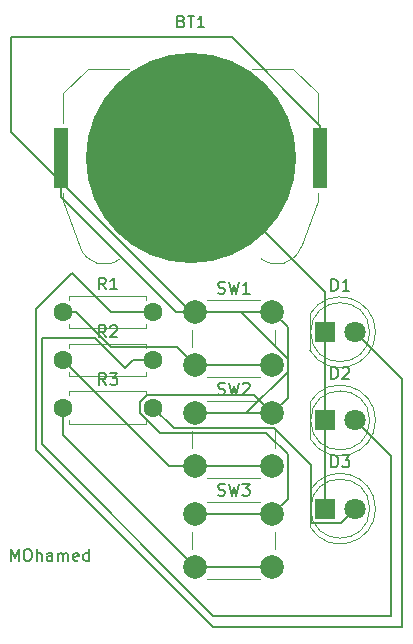
<source format=gbr>
%TF.GenerationSoftware,KiCad,Pcbnew,9.0.2*%
%TF.CreationDate,2025-06-03T22:34:10+03:00*%
%TF.ProjectId,first_PcB,66697273-745f-4506-9342-2e6b69636164,rev?*%
%TF.SameCoordinates,Original*%
%TF.FileFunction,Copper,L1,Top*%
%TF.FilePolarity,Positive*%
%FSLAX46Y46*%
G04 Gerber Fmt 4.6, Leading zero omitted, Abs format (unit mm)*
G04 Created by KiCad (PCBNEW 9.0.2) date 2025-06-03 22:34:10*
%MOMM*%
%LPD*%
G01*
G04 APERTURE LIST*
%TA.AperFunction,ComponentPad*%
%ADD10C,2.000000*%
%TD*%
%TA.AperFunction,ComponentPad*%
%ADD11C,1.600000*%
%TD*%
%TA.AperFunction,ComponentPad*%
%ADD12R,1.800000X1.800000*%
%TD*%
%TA.AperFunction,ComponentPad*%
%ADD13C,1.800000*%
%TD*%
%TA.AperFunction,SMDPad,CuDef*%
%ADD14R,1.270000X5.080000*%
%TD*%
%TA.AperFunction,SMDPad,CuDef*%
%ADD15C,17.800000*%
%TD*%
%TA.AperFunction,ViaPad*%
%ADD16C,0.600000*%
%TD*%
%TA.AperFunction,Conductor*%
%ADD17C,0.200000*%
%TD*%
%ADD18C,0.150000*%
%ADD19C,0.120000*%
G04 APERTURE END LIST*
D10*
%TO.P,SW3,1,1*%
%TO.N,Net-(BT1-+)*%
X149970000Y-112890000D03*
X156470000Y-112890000D03*
%TO.P,SW3,2,2*%
%TO.N,Net-(R3-Pad1)*%
X149970000Y-117390000D03*
X156470000Y-117390000D03*
%TD*%
%TO.P,SW1,1,1*%
%TO.N,Net-(BT1-+)*%
X149970000Y-95790000D03*
X156470000Y-95790000D03*
%TO.P,SW1,2,2*%
%TO.N,Net-(R1-Pad1)*%
X149970000Y-100290000D03*
X156470000Y-100290000D03*
%TD*%
D11*
%TO.P,R3,1*%
%TO.N,Net-(R3-Pad1)*%
X138750000Y-103890000D03*
%TO.P,R3,2*%
%TO.N,Net-(D3-A)*%
X146370000Y-103890000D03*
%TD*%
%TO.P,R2,1*%
%TO.N,Net-(R2-Pad1)*%
X138750000Y-99840000D03*
%TO.P,R2,2*%
%TO.N,Net-(D2-A)*%
X146370000Y-99840000D03*
%TD*%
D12*
%TO.P,D1,1,K*%
%TO.N,Net-(BT1--)*%
X160960000Y-97500000D03*
D13*
%TO.P,D1,2,A*%
%TO.N,Net-(D1-A)*%
X163500000Y-97500000D03*
%TD*%
D12*
%TO.P,D3,1,K*%
%TO.N,Net-(BT1--)*%
X160960000Y-112440000D03*
D13*
%TO.P,D3,2,A*%
%TO.N,Net-(D3-A)*%
X163500000Y-112440000D03*
%TD*%
D10*
%TO.P,SW2,1,1*%
%TO.N,Net-(BT1-+)*%
X149970000Y-104340000D03*
X156470000Y-104340000D03*
%TO.P,SW2,2,2*%
%TO.N,Net-(R2-Pad1)*%
X149970000Y-108840000D03*
X156470000Y-108840000D03*
%TD*%
D11*
%TO.P,R1,1*%
%TO.N,Net-(R1-Pad1)*%
X138750000Y-95790000D03*
%TO.P,R1,2*%
%TO.N,Net-(D1-A)*%
X146370000Y-95790000D03*
%TD*%
D12*
%TO.P,D2,1,K*%
%TO.N,Net-(BT1--)*%
X160960000Y-104970000D03*
D13*
%TO.P,D2,2,A*%
%TO.N,Net-(D2-A)*%
X163500000Y-104970000D03*
%TD*%
D14*
%TO.P,BT1,1,+*%
%TO.N,Net-(BT1-+)*%
X138585000Y-82748075D03*
X160555000Y-82748075D03*
D15*
%TO.P,BT1,2,-*%
%TO.N,Net-(BT1--)*%
X149570000Y-82748075D03*
%TD*%
D16*
%TO.N,Net-(BT1-+)*%
X156470000Y-104340000D03*
%TD*%
D17*
%TO.N,Net-(BT1-+)*%
X145913950Y-102789000D02*
X154919000Y-102789000D01*
X145269000Y-103433950D02*
X145913950Y-102789000D01*
X145269000Y-104346050D02*
X145269000Y-103433950D01*
X146964950Y-106042000D02*
X145269000Y-104346050D01*
X155961892Y-106042000D02*
X146964950Y-106042000D01*
X157771000Y-107851108D02*
X155961892Y-106042000D01*
X157771000Y-111589000D02*
X157771000Y-107851108D01*
X154919000Y-102789000D02*
X156470000Y-104340000D01*
X156470000Y-112890000D02*
X157771000Y-111589000D01*
X149970000Y-112890000D02*
X156470000Y-112890000D01*
X156500000Y-95820000D02*
X156500000Y-96000000D01*
X156470000Y-95790000D02*
X156500000Y-95820000D01*
X138585000Y-86085000D02*
X138585000Y-82748075D01*
X148290000Y-95790000D02*
X138585000Y-86085000D01*
X149970000Y-95790000D02*
X148290000Y-95790000D01*
X153046925Y-72500000D02*
X160555000Y-80008075D01*
X134401000Y-72500000D02*
X153046925Y-72500000D01*
X149599746Y-95790000D02*
X134401000Y-80591254D01*
X160555000Y-80008075D02*
X160555000Y-82748075D01*
X134401000Y-80591254D02*
X134401000Y-72500000D01*
X156470000Y-95790000D02*
X149599746Y-95790000D01*
X157771000Y-97091000D02*
X156470000Y-95790000D01*
X157771000Y-103039000D02*
X157771000Y-97091000D01*
X156470000Y-104340000D02*
X157771000Y-103039000D01*
X149970000Y-104340000D02*
X156470000Y-104340000D01*
X157771000Y-100828892D02*
X154259892Y-104340000D01*
X157771000Y-99751108D02*
X157771000Y-100828892D01*
X154259892Y-104340000D02*
X149970000Y-104340000D01*
X153809892Y-95790000D02*
X157771000Y-99751108D01*
X149970000Y-95790000D02*
X153809892Y-95790000D01*
X156760000Y-95500000D02*
X156470000Y-95790000D01*
X156760000Y-95500000D02*
X157000000Y-95500000D01*
%TO.N,Net-(R1-Pad1)*%
X139881370Y-95790000D02*
X138750000Y-95790000D01*
X148419000Y-98739000D02*
X142830370Y-98739000D01*
X149970000Y-100290000D02*
X148419000Y-98739000D01*
X142830370Y-98739000D02*
X139881370Y-95790000D01*
X149970000Y-100290000D02*
X156470000Y-100290000D01*
%TO.N,Net-(R3-Pad1)*%
X149970000Y-117390000D02*
X138750000Y-106170000D01*
X138750000Y-106170000D02*
X138750000Y-103890000D01*
X156470000Y-117390000D02*
X149970000Y-117390000D01*
%TO.N,Net-(D3-A)*%
X159759000Y-108759000D02*
X159759000Y-113641000D01*
X156641000Y-105641000D02*
X159759000Y-108759000D01*
X159759000Y-113641000D02*
X162299000Y-113641000D01*
X148121000Y-105641000D02*
X156641000Y-105641000D01*
X162299000Y-113641000D02*
X163500000Y-112440000D01*
X146370000Y-103890000D02*
X148121000Y-105641000D01*
%TO.N,Net-(R2-Pad1)*%
X149970000Y-108840000D02*
X156470000Y-108840000D01*
X147750000Y-108840000D02*
X149970000Y-108840000D01*
X138750000Y-99840000D02*
X147750000Y-108840000D01*
%TO.N,Net-(D2-A)*%
X144660000Y-99840000D02*
X146370000Y-99840000D01*
X144000000Y-100500000D02*
X144660000Y-99840000D01*
X141500000Y-98000000D02*
X144000000Y-100500000D01*
X137000000Y-98000000D02*
X141500000Y-98000000D01*
X137000000Y-107000000D02*
X137000000Y-98000000D01*
X151500000Y-121500000D02*
X137000000Y-107000000D01*
X166500000Y-121500000D02*
X151500000Y-121500000D01*
X166500000Y-107970000D02*
X166500000Y-121500000D01*
X163500000Y-104970000D02*
X166500000Y-107970000D01*
%TO.N,Net-(D1-A)*%
X136500000Y-95500000D02*
X139500000Y-92500000D01*
X136500000Y-107500000D02*
X136500000Y-95500000D01*
X151500000Y-122500000D02*
X136500000Y-107500000D01*
X167500000Y-101500000D02*
X167500000Y-122500000D01*
X142790000Y-95790000D02*
X146370000Y-95790000D01*
X163500000Y-97500000D02*
X167500000Y-101500000D01*
X167500000Y-122500000D02*
X151500000Y-122500000D01*
X139500000Y-92500000D02*
X142790000Y-95790000D01*
%TO.N,Net-(BT1--)*%
X160960000Y-97500000D02*
X160960000Y-104970000D01*
X160960000Y-104970000D02*
X160960000Y-112440000D01*
X160960000Y-94138075D02*
X149570000Y-82748075D01*
X160960000Y-97500000D02*
X160960000Y-94138075D01*
%TD*%
D18*
X134336779Y-116869819D02*
X134336779Y-115869819D01*
X134336779Y-115869819D02*
X134670112Y-116584104D01*
X134670112Y-116584104D02*
X135003445Y-115869819D01*
X135003445Y-115869819D02*
X135003445Y-116869819D01*
X135670112Y-115869819D02*
X135860588Y-115869819D01*
X135860588Y-115869819D02*
X135955826Y-115917438D01*
X135955826Y-115917438D02*
X136051064Y-116012676D01*
X136051064Y-116012676D02*
X136098683Y-116203152D01*
X136098683Y-116203152D02*
X136098683Y-116536485D01*
X136098683Y-116536485D02*
X136051064Y-116726961D01*
X136051064Y-116726961D02*
X135955826Y-116822200D01*
X135955826Y-116822200D02*
X135860588Y-116869819D01*
X135860588Y-116869819D02*
X135670112Y-116869819D01*
X135670112Y-116869819D02*
X135574874Y-116822200D01*
X135574874Y-116822200D02*
X135479636Y-116726961D01*
X135479636Y-116726961D02*
X135432017Y-116536485D01*
X135432017Y-116536485D02*
X135432017Y-116203152D01*
X135432017Y-116203152D02*
X135479636Y-116012676D01*
X135479636Y-116012676D02*
X135574874Y-115917438D01*
X135574874Y-115917438D02*
X135670112Y-115869819D01*
X136527255Y-116869819D02*
X136527255Y-115869819D01*
X136955826Y-116869819D02*
X136955826Y-116346009D01*
X136955826Y-116346009D02*
X136908207Y-116250771D01*
X136908207Y-116250771D02*
X136812969Y-116203152D01*
X136812969Y-116203152D02*
X136670112Y-116203152D01*
X136670112Y-116203152D02*
X136574874Y-116250771D01*
X136574874Y-116250771D02*
X136527255Y-116298390D01*
X137860588Y-116869819D02*
X137860588Y-116346009D01*
X137860588Y-116346009D02*
X137812969Y-116250771D01*
X137812969Y-116250771D02*
X137717731Y-116203152D01*
X137717731Y-116203152D02*
X137527255Y-116203152D01*
X137527255Y-116203152D02*
X137432017Y-116250771D01*
X137860588Y-116822200D02*
X137765350Y-116869819D01*
X137765350Y-116869819D02*
X137527255Y-116869819D01*
X137527255Y-116869819D02*
X137432017Y-116822200D01*
X137432017Y-116822200D02*
X137384398Y-116726961D01*
X137384398Y-116726961D02*
X137384398Y-116631723D01*
X137384398Y-116631723D02*
X137432017Y-116536485D01*
X137432017Y-116536485D02*
X137527255Y-116488866D01*
X137527255Y-116488866D02*
X137765350Y-116488866D01*
X137765350Y-116488866D02*
X137860588Y-116441247D01*
X138336779Y-116869819D02*
X138336779Y-116203152D01*
X138336779Y-116298390D02*
X138384398Y-116250771D01*
X138384398Y-116250771D02*
X138479636Y-116203152D01*
X138479636Y-116203152D02*
X138622493Y-116203152D01*
X138622493Y-116203152D02*
X138717731Y-116250771D01*
X138717731Y-116250771D02*
X138765350Y-116346009D01*
X138765350Y-116346009D02*
X138765350Y-116869819D01*
X138765350Y-116346009D02*
X138812969Y-116250771D01*
X138812969Y-116250771D02*
X138908207Y-116203152D01*
X138908207Y-116203152D02*
X139051064Y-116203152D01*
X139051064Y-116203152D02*
X139146303Y-116250771D01*
X139146303Y-116250771D02*
X139193922Y-116346009D01*
X139193922Y-116346009D02*
X139193922Y-116869819D01*
X140051064Y-116822200D02*
X139955826Y-116869819D01*
X139955826Y-116869819D02*
X139765350Y-116869819D01*
X139765350Y-116869819D02*
X139670112Y-116822200D01*
X139670112Y-116822200D02*
X139622493Y-116726961D01*
X139622493Y-116726961D02*
X139622493Y-116346009D01*
X139622493Y-116346009D02*
X139670112Y-116250771D01*
X139670112Y-116250771D02*
X139765350Y-116203152D01*
X139765350Y-116203152D02*
X139955826Y-116203152D01*
X139955826Y-116203152D02*
X140051064Y-116250771D01*
X140051064Y-116250771D02*
X140098683Y-116346009D01*
X140098683Y-116346009D02*
X140098683Y-116441247D01*
X140098683Y-116441247D02*
X139622493Y-116536485D01*
X140955826Y-116869819D02*
X140955826Y-115869819D01*
X140955826Y-116822200D02*
X140860588Y-116869819D01*
X140860588Y-116869819D02*
X140670112Y-116869819D01*
X140670112Y-116869819D02*
X140574874Y-116822200D01*
X140574874Y-116822200D02*
X140527255Y-116774580D01*
X140527255Y-116774580D02*
X140479636Y-116679342D01*
X140479636Y-116679342D02*
X140479636Y-116393628D01*
X140479636Y-116393628D02*
X140527255Y-116298390D01*
X140527255Y-116298390D02*
X140574874Y-116250771D01*
X140574874Y-116250771D02*
X140670112Y-116203152D01*
X140670112Y-116203152D02*
X140860588Y-116203152D01*
X140860588Y-116203152D02*
X140955826Y-116250771D01*
X151886667Y-111297200D02*
X152029524Y-111344819D01*
X152029524Y-111344819D02*
X152267619Y-111344819D01*
X152267619Y-111344819D02*
X152362857Y-111297200D01*
X152362857Y-111297200D02*
X152410476Y-111249580D01*
X152410476Y-111249580D02*
X152458095Y-111154342D01*
X152458095Y-111154342D02*
X152458095Y-111059104D01*
X152458095Y-111059104D02*
X152410476Y-110963866D01*
X152410476Y-110963866D02*
X152362857Y-110916247D01*
X152362857Y-110916247D02*
X152267619Y-110868628D01*
X152267619Y-110868628D02*
X152077143Y-110821009D01*
X152077143Y-110821009D02*
X151981905Y-110773390D01*
X151981905Y-110773390D02*
X151934286Y-110725771D01*
X151934286Y-110725771D02*
X151886667Y-110630533D01*
X151886667Y-110630533D02*
X151886667Y-110535295D01*
X151886667Y-110535295D02*
X151934286Y-110440057D01*
X151934286Y-110440057D02*
X151981905Y-110392438D01*
X151981905Y-110392438D02*
X152077143Y-110344819D01*
X152077143Y-110344819D02*
X152315238Y-110344819D01*
X152315238Y-110344819D02*
X152458095Y-110392438D01*
X152791429Y-110344819D02*
X153029524Y-111344819D01*
X153029524Y-111344819D02*
X153220000Y-110630533D01*
X153220000Y-110630533D02*
X153410476Y-111344819D01*
X153410476Y-111344819D02*
X153648572Y-110344819D01*
X153934286Y-110344819D02*
X154553333Y-110344819D01*
X154553333Y-110344819D02*
X154220000Y-110725771D01*
X154220000Y-110725771D02*
X154362857Y-110725771D01*
X154362857Y-110725771D02*
X154458095Y-110773390D01*
X154458095Y-110773390D02*
X154505714Y-110821009D01*
X154505714Y-110821009D02*
X154553333Y-110916247D01*
X154553333Y-110916247D02*
X154553333Y-111154342D01*
X154553333Y-111154342D02*
X154505714Y-111249580D01*
X154505714Y-111249580D02*
X154458095Y-111297200D01*
X154458095Y-111297200D02*
X154362857Y-111344819D01*
X154362857Y-111344819D02*
X154077143Y-111344819D01*
X154077143Y-111344819D02*
X153981905Y-111297200D01*
X153981905Y-111297200D02*
X153934286Y-111249580D01*
X151886667Y-94197200D02*
X152029524Y-94244819D01*
X152029524Y-94244819D02*
X152267619Y-94244819D01*
X152267619Y-94244819D02*
X152362857Y-94197200D01*
X152362857Y-94197200D02*
X152410476Y-94149580D01*
X152410476Y-94149580D02*
X152458095Y-94054342D01*
X152458095Y-94054342D02*
X152458095Y-93959104D01*
X152458095Y-93959104D02*
X152410476Y-93863866D01*
X152410476Y-93863866D02*
X152362857Y-93816247D01*
X152362857Y-93816247D02*
X152267619Y-93768628D01*
X152267619Y-93768628D02*
X152077143Y-93721009D01*
X152077143Y-93721009D02*
X151981905Y-93673390D01*
X151981905Y-93673390D02*
X151934286Y-93625771D01*
X151934286Y-93625771D02*
X151886667Y-93530533D01*
X151886667Y-93530533D02*
X151886667Y-93435295D01*
X151886667Y-93435295D02*
X151934286Y-93340057D01*
X151934286Y-93340057D02*
X151981905Y-93292438D01*
X151981905Y-93292438D02*
X152077143Y-93244819D01*
X152077143Y-93244819D02*
X152315238Y-93244819D01*
X152315238Y-93244819D02*
X152458095Y-93292438D01*
X152791429Y-93244819D02*
X153029524Y-94244819D01*
X153029524Y-94244819D02*
X153220000Y-93530533D01*
X153220000Y-93530533D02*
X153410476Y-94244819D01*
X153410476Y-94244819D02*
X153648572Y-93244819D01*
X154553333Y-94244819D02*
X153981905Y-94244819D01*
X154267619Y-94244819D02*
X154267619Y-93244819D01*
X154267619Y-93244819D02*
X154172381Y-93387676D01*
X154172381Y-93387676D02*
X154077143Y-93482914D01*
X154077143Y-93482914D02*
X153981905Y-93530533D01*
X142393333Y-101974819D02*
X142060000Y-101498628D01*
X141821905Y-101974819D02*
X141821905Y-100974819D01*
X141821905Y-100974819D02*
X142202857Y-100974819D01*
X142202857Y-100974819D02*
X142298095Y-101022438D01*
X142298095Y-101022438D02*
X142345714Y-101070057D01*
X142345714Y-101070057D02*
X142393333Y-101165295D01*
X142393333Y-101165295D02*
X142393333Y-101308152D01*
X142393333Y-101308152D02*
X142345714Y-101403390D01*
X142345714Y-101403390D02*
X142298095Y-101451009D01*
X142298095Y-101451009D02*
X142202857Y-101498628D01*
X142202857Y-101498628D02*
X141821905Y-101498628D01*
X142726667Y-100974819D02*
X143345714Y-100974819D01*
X143345714Y-100974819D02*
X143012381Y-101355771D01*
X143012381Y-101355771D02*
X143155238Y-101355771D01*
X143155238Y-101355771D02*
X143250476Y-101403390D01*
X143250476Y-101403390D02*
X143298095Y-101451009D01*
X143298095Y-101451009D02*
X143345714Y-101546247D01*
X143345714Y-101546247D02*
X143345714Y-101784342D01*
X143345714Y-101784342D02*
X143298095Y-101879580D01*
X143298095Y-101879580D02*
X143250476Y-101927200D01*
X143250476Y-101927200D02*
X143155238Y-101974819D01*
X143155238Y-101974819D02*
X142869524Y-101974819D01*
X142869524Y-101974819D02*
X142774286Y-101927200D01*
X142774286Y-101927200D02*
X142726667Y-101879580D01*
X142393333Y-97924819D02*
X142060000Y-97448628D01*
X141821905Y-97924819D02*
X141821905Y-96924819D01*
X141821905Y-96924819D02*
X142202857Y-96924819D01*
X142202857Y-96924819D02*
X142298095Y-96972438D01*
X142298095Y-96972438D02*
X142345714Y-97020057D01*
X142345714Y-97020057D02*
X142393333Y-97115295D01*
X142393333Y-97115295D02*
X142393333Y-97258152D01*
X142393333Y-97258152D02*
X142345714Y-97353390D01*
X142345714Y-97353390D02*
X142298095Y-97401009D01*
X142298095Y-97401009D02*
X142202857Y-97448628D01*
X142202857Y-97448628D02*
X141821905Y-97448628D01*
X142774286Y-97020057D02*
X142821905Y-96972438D01*
X142821905Y-96972438D02*
X142917143Y-96924819D01*
X142917143Y-96924819D02*
X143155238Y-96924819D01*
X143155238Y-96924819D02*
X143250476Y-96972438D01*
X143250476Y-96972438D02*
X143298095Y-97020057D01*
X143298095Y-97020057D02*
X143345714Y-97115295D01*
X143345714Y-97115295D02*
X143345714Y-97210533D01*
X143345714Y-97210533D02*
X143298095Y-97353390D01*
X143298095Y-97353390D02*
X142726667Y-97924819D01*
X142726667Y-97924819D02*
X143345714Y-97924819D01*
X161491905Y-93994819D02*
X161491905Y-92994819D01*
X161491905Y-92994819D02*
X161730000Y-92994819D01*
X161730000Y-92994819D02*
X161872857Y-93042438D01*
X161872857Y-93042438D02*
X161968095Y-93137676D01*
X161968095Y-93137676D02*
X162015714Y-93232914D01*
X162015714Y-93232914D02*
X162063333Y-93423390D01*
X162063333Y-93423390D02*
X162063333Y-93566247D01*
X162063333Y-93566247D02*
X162015714Y-93756723D01*
X162015714Y-93756723D02*
X161968095Y-93851961D01*
X161968095Y-93851961D02*
X161872857Y-93947200D01*
X161872857Y-93947200D02*
X161730000Y-93994819D01*
X161730000Y-93994819D02*
X161491905Y-93994819D01*
X163015714Y-93994819D02*
X162444286Y-93994819D01*
X162730000Y-93994819D02*
X162730000Y-92994819D01*
X162730000Y-92994819D02*
X162634762Y-93137676D01*
X162634762Y-93137676D02*
X162539524Y-93232914D01*
X162539524Y-93232914D02*
X162444286Y-93280533D01*
X161491905Y-108934819D02*
X161491905Y-107934819D01*
X161491905Y-107934819D02*
X161730000Y-107934819D01*
X161730000Y-107934819D02*
X161872857Y-107982438D01*
X161872857Y-107982438D02*
X161968095Y-108077676D01*
X161968095Y-108077676D02*
X162015714Y-108172914D01*
X162015714Y-108172914D02*
X162063333Y-108363390D01*
X162063333Y-108363390D02*
X162063333Y-108506247D01*
X162063333Y-108506247D02*
X162015714Y-108696723D01*
X162015714Y-108696723D02*
X161968095Y-108791961D01*
X161968095Y-108791961D02*
X161872857Y-108887200D01*
X161872857Y-108887200D02*
X161730000Y-108934819D01*
X161730000Y-108934819D02*
X161491905Y-108934819D01*
X162396667Y-107934819D02*
X163015714Y-107934819D01*
X163015714Y-107934819D02*
X162682381Y-108315771D01*
X162682381Y-108315771D02*
X162825238Y-108315771D01*
X162825238Y-108315771D02*
X162920476Y-108363390D01*
X162920476Y-108363390D02*
X162968095Y-108411009D01*
X162968095Y-108411009D02*
X163015714Y-108506247D01*
X163015714Y-108506247D02*
X163015714Y-108744342D01*
X163015714Y-108744342D02*
X162968095Y-108839580D01*
X162968095Y-108839580D02*
X162920476Y-108887200D01*
X162920476Y-108887200D02*
X162825238Y-108934819D01*
X162825238Y-108934819D02*
X162539524Y-108934819D01*
X162539524Y-108934819D02*
X162444286Y-108887200D01*
X162444286Y-108887200D02*
X162396667Y-108839580D01*
X151886667Y-102747200D02*
X152029524Y-102794819D01*
X152029524Y-102794819D02*
X152267619Y-102794819D01*
X152267619Y-102794819D02*
X152362857Y-102747200D01*
X152362857Y-102747200D02*
X152410476Y-102699580D01*
X152410476Y-102699580D02*
X152458095Y-102604342D01*
X152458095Y-102604342D02*
X152458095Y-102509104D01*
X152458095Y-102509104D02*
X152410476Y-102413866D01*
X152410476Y-102413866D02*
X152362857Y-102366247D01*
X152362857Y-102366247D02*
X152267619Y-102318628D01*
X152267619Y-102318628D02*
X152077143Y-102271009D01*
X152077143Y-102271009D02*
X151981905Y-102223390D01*
X151981905Y-102223390D02*
X151934286Y-102175771D01*
X151934286Y-102175771D02*
X151886667Y-102080533D01*
X151886667Y-102080533D02*
X151886667Y-101985295D01*
X151886667Y-101985295D02*
X151934286Y-101890057D01*
X151934286Y-101890057D02*
X151981905Y-101842438D01*
X151981905Y-101842438D02*
X152077143Y-101794819D01*
X152077143Y-101794819D02*
X152315238Y-101794819D01*
X152315238Y-101794819D02*
X152458095Y-101842438D01*
X152791429Y-101794819D02*
X153029524Y-102794819D01*
X153029524Y-102794819D02*
X153220000Y-102080533D01*
X153220000Y-102080533D02*
X153410476Y-102794819D01*
X153410476Y-102794819D02*
X153648572Y-101794819D01*
X153981905Y-101890057D02*
X154029524Y-101842438D01*
X154029524Y-101842438D02*
X154124762Y-101794819D01*
X154124762Y-101794819D02*
X154362857Y-101794819D01*
X154362857Y-101794819D02*
X154458095Y-101842438D01*
X154458095Y-101842438D02*
X154505714Y-101890057D01*
X154505714Y-101890057D02*
X154553333Y-101985295D01*
X154553333Y-101985295D02*
X154553333Y-102080533D01*
X154553333Y-102080533D02*
X154505714Y-102223390D01*
X154505714Y-102223390D02*
X153934286Y-102794819D01*
X153934286Y-102794819D02*
X154553333Y-102794819D01*
X142393333Y-93874819D02*
X142060000Y-93398628D01*
X141821905Y-93874819D02*
X141821905Y-92874819D01*
X141821905Y-92874819D02*
X142202857Y-92874819D01*
X142202857Y-92874819D02*
X142298095Y-92922438D01*
X142298095Y-92922438D02*
X142345714Y-92970057D01*
X142345714Y-92970057D02*
X142393333Y-93065295D01*
X142393333Y-93065295D02*
X142393333Y-93208152D01*
X142393333Y-93208152D02*
X142345714Y-93303390D01*
X142345714Y-93303390D02*
X142298095Y-93351009D01*
X142298095Y-93351009D02*
X142202857Y-93398628D01*
X142202857Y-93398628D02*
X141821905Y-93398628D01*
X143345714Y-93874819D02*
X142774286Y-93874819D01*
X143060000Y-93874819D02*
X143060000Y-92874819D01*
X143060000Y-92874819D02*
X142964762Y-93017676D01*
X142964762Y-93017676D02*
X142869524Y-93112914D01*
X142869524Y-93112914D02*
X142774286Y-93160533D01*
X161491905Y-101464819D02*
X161491905Y-100464819D01*
X161491905Y-100464819D02*
X161730000Y-100464819D01*
X161730000Y-100464819D02*
X161872857Y-100512438D01*
X161872857Y-100512438D02*
X161968095Y-100607676D01*
X161968095Y-100607676D02*
X162015714Y-100702914D01*
X162015714Y-100702914D02*
X162063333Y-100893390D01*
X162063333Y-100893390D02*
X162063333Y-101036247D01*
X162063333Y-101036247D02*
X162015714Y-101226723D01*
X162015714Y-101226723D02*
X161968095Y-101321961D01*
X161968095Y-101321961D02*
X161872857Y-101417200D01*
X161872857Y-101417200D02*
X161730000Y-101464819D01*
X161730000Y-101464819D02*
X161491905Y-101464819D01*
X162444286Y-100560057D02*
X162491905Y-100512438D01*
X162491905Y-100512438D02*
X162587143Y-100464819D01*
X162587143Y-100464819D02*
X162825238Y-100464819D01*
X162825238Y-100464819D02*
X162920476Y-100512438D01*
X162920476Y-100512438D02*
X162968095Y-100560057D01*
X162968095Y-100560057D02*
X163015714Y-100655295D01*
X163015714Y-100655295D02*
X163015714Y-100750533D01*
X163015714Y-100750533D02*
X162968095Y-100893390D01*
X162968095Y-100893390D02*
X162396667Y-101464819D01*
X162396667Y-101464819D02*
X163015714Y-101464819D01*
X148784285Y-71179084D02*
X148927142Y-71226703D01*
X148927142Y-71226703D02*
X148974761Y-71274322D01*
X148974761Y-71274322D02*
X149022380Y-71369560D01*
X149022380Y-71369560D02*
X149022380Y-71512417D01*
X149022380Y-71512417D02*
X148974761Y-71607655D01*
X148974761Y-71607655D02*
X148927142Y-71655275D01*
X148927142Y-71655275D02*
X148831904Y-71702894D01*
X148831904Y-71702894D02*
X148450952Y-71702894D01*
X148450952Y-71702894D02*
X148450952Y-70702894D01*
X148450952Y-70702894D02*
X148784285Y-70702894D01*
X148784285Y-70702894D02*
X148879523Y-70750513D01*
X148879523Y-70750513D02*
X148927142Y-70798132D01*
X148927142Y-70798132D02*
X148974761Y-70893370D01*
X148974761Y-70893370D02*
X148974761Y-70988608D01*
X148974761Y-70988608D02*
X148927142Y-71083846D01*
X148927142Y-71083846D02*
X148879523Y-71131465D01*
X148879523Y-71131465D02*
X148784285Y-71179084D01*
X148784285Y-71179084D02*
X148450952Y-71179084D01*
X149308095Y-70702894D02*
X149879523Y-70702894D01*
X149593809Y-71702894D02*
X149593809Y-70702894D01*
X150736666Y-71702894D02*
X150165238Y-71702894D01*
X150450952Y-71702894D02*
X150450952Y-70702894D01*
X150450952Y-70702894D02*
X150355714Y-70845751D01*
X150355714Y-70845751D02*
X150260476Y-70940989D01*
X150260476Y-70940989D02*
X150165238Y-70988608D01*
D19*
%TO.C,SW3*%
X149720000Y-114390000D02*
X149720000Y-115890000D01*
X150970000Y-118390000D02*
X155470000Y-118390000D01*
X155470000Y-111890000D02*
X150970000Y-111890000D01*
X156720000Y-115890000D02*
X156720000Y-114390000D01*
%TO.C,SW1*%
X149720000Y-97290000D02*
X149720000Y-98790000D01*
X150970000Y-101290000D02*
X155470000Y-101290000D01*
X155470000Y-94790000D02*
X150970000Y-94790000D01*
X156720000Y-98790000D02*
X156720000Y-97290000D01*
%TO.C,R3*%
X139290000Y-102520000D02*
X145830000Y-102520000D01*
X139290000Y-102850000D02*
X139290000Y-102520000D01*
X139290000Y-104930000D02*
X139290000Y-105260000D01*
X139290000Y-105260000D02*
X145830000Y-105260000D01*
X145830000Y-102520000D02*
X145830000Y-102850000D01*
X145830000Y-105260000D02*
X145830000Y-104930000D01*
%TO.C,R2*%
X139290000Y-98470000D02*
X145830000Y-98470000D01*
X139290000Y-98800000D02*
X139290000Y-98470000D01*
X139290000Y-100880000D02*
X139290000Y-101210000D01*
X139290000Y-101210000D02*
X145830000Y-101210000D01*
X145830000Y-98470000D02*
X145830000Y-98800000D01*
X145830000Y-101210000D02*
X145830000Y-100880000D01*
%TO.C,D1*%
X159670000Y-95955000D02*
X159670000Y-99045000D01*
X159670000Y-95955170D02*
G75*
G02*
X165220000Y-97500000I2560000J-1544830D01*
G01*
X165220000Y-97500000D02*
G75*
G02*
X159670000Y-99044830I-2990000J0D01*
G01*
X164730000Y-97500000D02*
G75*
G02*
X159730000Y-97500000I-2500000J0D01*
G01*
X159730000Y-97500000D02*
G75*
G02*
X164730000Y-97500000I2500000J0D01*
G01*
%TO.C,D3*%
X159670000Y-110895000D02*
X159670000Y-113985000D01*
X159670000Y-110895170D02*
G75*
G02*
X165220000Y-112440000I2560000J-1544830D01*
G01*
X165220000Y-112440000D02*
G75*
G02*
X159670000Y-113984830I-2990000J0D01*
G01*
X164730000Y-112440000D02*
G75*
G02*
X159730000Y-112440000I-2500000J0D01*
G01*
X159730000Y-112440000D02*
G75*
G02*
X164730000Y-112440000I2500000J0D01*
G01*
%TO.C,SW2*%
X149720000Y-105840000D02*
X149720000Y-107340000D01*
X150970000Y-109840000D02*
X155470000Y-109840000D01*
X155470000Y-103340000D02*
X150970000Y-103340000D01*
X156720000Y-107340000D02*
X156720000Y-105840000D01*
%TO.C,R1*%
X139290000Y-94420000D02*
X145830000Y-94420000D01*
X139290000Y-94750000D02*
X139290000Y-94420000D01*
X139290000Y-96830000D02*
X139290000Y-97160000D01*
X139290000Y-97160000D02*
X145830000Y-97160000D01*
X145830000Y-94420000D02*
X145830000Y-94750000D01*
X145830000Y-97160000D02*
X145830000Y-96830000D01*
%TO.C,D2*%
X159670000Y-103425000D02*
X159670000Y-106515000D01*
X159670000Y-103425170D02*
G75*
G02*
X165220000Y-104970000I2560000J-1544830D01*
G01*
X165220000Y-104970000D02*
G75*
G02*
X159670000Y-106514830I-2990000J0D01*
G01*
X164730000Y-104970000D02*
G75*
G02*
X159730000Y-104970000I-2500000J0D01*
G01*
X159730000Y-104970000D02*
G75*
G02*
X164730000Y-104970000I2500000J0D01*
G01*
%TO.C,BT1*%
X138790000Y-77288075D02*
X138790000Y-79748075D01*
X138790000Y-85748075D02*
X138790000Y-86378075D01*
X138790000Y-86378075D02*
X140230000Y-90328075D01*
X140870000Y-75208075D02*
X138790000Y-77288075D01*
X144370000Y-75208075D02*
X140870000Y-75208075D01*
X158270000Y-75208075D02*
X154770000Y-75208075D01*
X158270000Y-75208075D02*
X160350000Y-77288075D01*
X160350000Y-77288075D02*
X160350000Y-79748075D01*
X160350000Y-85748075D02*
X160350000Y-86378075D01*
X160350000Y-86378075D02*
X158910000Y-90328075D01*
X143566646Y-91314605D02*
G75*
G02*
X140230000Y-90328075I-1306646J1716531D01*
G01*
X158895243Y-90336244D02*
G75*
G02*
X155570000Y-91298075I-2015243J738169D01*
G01*
%TD*%
M02*

</source>
